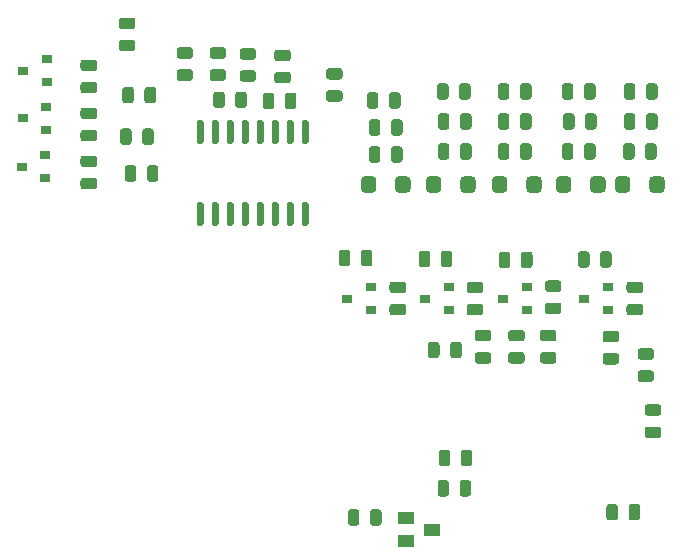
<source format=gbr>
G04 #@! TF.GenerationSoftware,KiCad,Pcbnew,(5.1.6-0-10_14)*
G04 #@! TF.CreationDate,2020-08-09T09:54:48-04:00*
G04 #@! TF.ProjectId,Pufferfish-Interface-2,50756666-6572-4666-9973-682d496e7465,rev?*
G04 #@! TF.SameCoordinates,Original*
G04 #@! TF.FileFunction,Paste,Top*
G04 #@! TF.FilePolarity,Positive*
%FSLAX46Y46*%
G04 Gerber Fmt 4.6, Leading zero omitted, Abs format (unit mm)*
G04 Created by KiCad (PCBNEW (5.1.6-0-10_14)) date 2020-08-09 09:54:48*
%MOMM*%
%LPD*%
G01*
G04 APERTURE LIST*
%ADD10R,1.400000X1.000000*%
%ADD11R,0.900000X0.800000*%
G04 APERTURE END LIST*
D10*
X38692000Y-53340000D03*
X36492000Y-54290000D03*
X36492000Y-52390000D03*
G36*
G01*
X19230480Y-27599560D02*
X18930480Y-27599560D01*
G75*
G02*
X18780480Y-27449560I0J150000D01*
G01*
X18780480Y-25774560D01*
G75*
G02*
X18930480Y-25624560I150000J0D01*
G01*
X19230480Y-25624560D01*
G75*
G02*
X19380480Y-25774560I0J-150000D01*
G01*
X19380480Y-27449560D01*
G75*
G02*
X19230480Y-27599560I-150000J0D01*
G01*
G37*
G36*
G01*
X20500480Y-27599560D02*
X20200480Y-27599560D01*
G75*
G02*
X20050480Y-27449560I0J150000D01*
G01*
X20050480Y-25774560D01*
G75*
G02*
X20200480Y-25624560I150000J0D01*
G01*
X20500480Y-25624560D01*
G75*
G02*
X20650480Y-25774560I0J-150000D01*
G01*
X20650480Y-27449560D01*
G75*
G02*
X20500480Y-27599560I-150000J0D01*
G01*
G37*
G36*
G01*
X21770480Y-27599560D02*
X21470480Y-27599560D01*
G75*
G02*
X21320480Y-27449560I0J150000D01*
G01*
X21320480Y-25774560D01*
G75*
G02*
X21470480Y-25624560I150000J0D01*
G01*
X21770480Y-25624560D01*
G75*
G02*
X21920480Y-25774560I0J-150000D01*
G01*
X21920480Y-27449560D01*
G75*
G02*
X21770480Y-27599560I-150000J0D01*
G01*
G37*
G36*
G01*
X23040480Y-27599560D02*
X22740480Y-27599560D01*
G75*
G02*
X22590480Y-27449560I0J150000D01*
G01*
X22590480Y-25774560D01*
G75*
G02*
X22740480Y-25624560I150000J0D01*
G01*
X23040480Y-25624560D01*
G75*
G02*
X23190480Y-25774560I0J-150000D01*
G01*
X23190480Y-27449560D01*
G75*
G02*
X23040480Y-27599560I-150000J0D01*
G01*
G37*
G36*
G01*
X24310480Y-27599560D02*
X24010480Y-27599560D01*
G75*
G02*
X23860480Y-27449560I0J150000D01*
G01*
X23860480Y-25774560D01*
G75*
G02*
X24010480Y-25624560I150000J0D01*
G01*
X24310480Y-25624560D01*
G75*
G02*
X24460480Y-25774560I0J-150000D01*
G01*
X24460480Y-27449560D01*
G75*
G02*
X24310480Y-27599560I-150000J0D01*
G01*
G37*
G36*
G01*
X25580480Y-27599560D02*
X25280480Y-27599560D01*
G75*
G02*
X25130480Y-27449560I0J150000D01*
G01*
X25130480Y-25774560D01*
G75*
G02*
X25280480Y-25624560I150000J0D01*
G01*
X25580480Y-25624560D01*
G75*
G02*
X25730480Y-25774560I0J-150000D01*
G01*
X25730480Y-27449560D01*
G75*
G02*
X25580480Y-27599560I-150000J0D01*
G01*
G37*
G36*
G01*
X26850480Y-27599560D02*
X26550480Y-27599560D01*
G75*
G02*
X26400480Y-27449560I0J150000D01*
G01*
X26400480Y-25774560D01*
G75*
G02*
X26550480Y-25624560I150000J0D01*
G01*
X26850480Y-25624560D01*
G75*
G02*
X27000480Y-25774560I0J-150000D01*
G01*
X27000480Y-27449560D01*
G75*
G02*
X26850480Y-27599560I-150000J0D01*
G01*
G37*
G36*
G01*
X28120480Y-27599560D02*
X27820480Y-27599560D01*
G75*
G02*
X27670480Y-27449560I0J150000D01*
G01*
X27670480Y-25774560D01*
G75*
G02*
X27820480Y-25624560I150000J0D01*
G01*
X28120480Y-25624560D01*
G75*
G02*
X28270480Y-25774560I0J-150000D01*
G01*
X28270480Y-27449560D01*
G75*
G02*
X28120480Y-27599560I-150000J0D01*
G01*
G37*
G36*
G01*
X28120480Y-20674560D02*
X27820480Y-20674560D01*
G75*
G02*
X27670480Y-20524560I0J150000D01*
G01*
X27670480Y-18849560D01*
G75*
G02*
X27820480Y-18699560I150000J0D01*
G01*
X28120480Y-18699560D01*
G75*
G02*
X28270480Y-18849560I0J-150000D01*
G01*
X28270480Y-20524560D01*
G75*
G02*
X28120480Y-20674560I-150000J0D01*
G01*
G37*
G36*
G01*
X26850480Y-20674560D02*
X26550480Y-20674560D01*
G75*
G02*
X26400480Y-20524560I0J150000D01*
G01*
X26400480Y-18849560D01*
G75*
G02*
X26550480Y-18699560I150000J0D01*
G01*
X26850480Y-18699560D01*
G75*
G02*
X27000480Y-18849560I0J-150000D01*
G01*
X27000480Y-20524560D01*
G75*
G02*
X26850480Y-20674560I-150000J0D01*
G01*
G37*
G36*
G01*
X25580480Y-20674560D02*
X25280480Y-20674560D01*
G75*
G02*
X25130480Y-20524560I0J150000D01*
G01*
X25130480Y-18849560D01*
G75*
G02*
X25280480Y-18699560I150000J0D01*
G01*
X25580480Y-18699560D01*
G75*
G02*
X25730480Y-18849560I0J-150000D01*
G01*
X25730480Y-20524560D01*
G75*
G02*
X25580480Y-20674560I-150000J0D01*
G01*
G37*
G36*
G01*
X24310480Y-20674560D02*
X24010480Y-20674560D01*
G75*
G02*
X23860480Y-20524560I0J150000D01*
G01*
X23860480Y-18849560D01*
G75*
G02*
X24010480Y-18699560I150000J0D01*
G01*
X24310480Y-18699560D01*
G75*
G02*
X24460480Y-18849560I0J-150000D01*
G01*
X24460480Y-20524560D01*
G75*
G02*
X24310480Y-20674560I-150000J0D01*
G01*
G37*
G36*
G01*
X23040480Y-20674560D02*
X22740480Y-20674560D01*
G75*
G02*
X22590480Y-20524560I0J150000D01*
G01*
X22590480Y-18849560D01*
G75*
G02*
X22740480Y-18699560I150000J0D01*
G01*
X23040480Y-18699560D01*
G75*
G02*
X23190480Y-18849560I0J-150000D01*
G01*
X23190480Y-20524560D01*
G75*
G02*
X23040480Y-20674560I-150000J0D01*
G01*
G37*
G36*
G01*
X21770480Y-20674560D02*
X21470480Y-20674560D01*
G75*
G02*
X21320480Y-20524560I0J150000D01*
G01*
X21320480Y-18849560D01*
G75*
G02*
X21470480Y-18699560I150000J0D01*
G01*
X21770480Y-18699560D01*
G75*
G02*
X21920480Y-18849560I0J-150000D01*
G01*
X21920480Y-20524560D01*
G75*
G02*
X21770480Y-20674560I-150000J0D01*
G01*
G37*
G36*
G01*
X20500480Y-20674560D02*
X20200480Y-20674560D01*
G75*
G02*
X20050480Y-20524560I0J150000D01*
G01*
X20050480Y-18849560D01*
G75*
G02*
X20200480Y-18699560I150000J0D01*
G01*
X20500480Y-18699560D01*
G75*
G02*
X20650480Y-18849560I0J-150000D01*
G01*
X20650480Y-20524560D01*
G75*
G02*
X20500480Y-20674560I-150000J0D01*
G01*
G37*
G36*
G01*
X19230480Y-20674560D02*
X18930480Y-20674560D01*
G75*
G02*
X18780480Y-20524560I0J150000D01*
G01*
X18780480Y-18849560D01*
G75*
G02*
X18930480Y-18699560I150000J0D01*
G01*
X19230480Y-18699560D01*
G75*
G02*
X19380480Y-18849560I0J-150000D01*
G01*
X19380480Y-20524560D01*
G75*
G02*
X19230480Y-20674560I-150000J0D01*
G01*
G37*
G36*
G01*
X57813000Y-18339750D02*
X57813000Y-19252250D01*
G75*
G02*
X57569250Y-19496000I-243750J0D01*
G01*
X57081750Y-19496000D01*
G75*
G02*
X56838000Y-19252250I0J243750D01*
G01*
X56838000Y-18339750D01*
G75*
G02*
X57081750Y-18096000I243750J0D01*
G01*
X57569250Y-18096000D01*
G75*
G02*
X57813000Y-18339750I0J-243750D01*
G01*
G37*
G36*
G01*
X55938000Y-18339750D02*
X55938000Y-19252250D01*
G75*
G02*
X55694250Y-19496000I-243750J0D01*
G01*
X55206750Y-19496000D01*
G75*
G02*
X54963000Y-19252250I0J243750D01*
G01*
X54963000Y-18339750D01*
G75*
G02*
X55206750Y-18096000I243750J0D01*
G01*
X55694250Y-18096000D01*
G75*
G02*
X55938000Y-18339750I0J-243750D01*
G01*
G37*
G36*
G01*
X56838000Y-16712250D02*
X56838000Y-15799750D01*
G75*
G02*
X57081750Y-15556000I243750J0D01*
G01*
X57569250Y-15556000D01*
G75*
G02*
X57813000Y-15799750I0J-243750D01*
G01*
X57813000Y-16712250D01*
G75*
G02*
X57569250Y-16956000I-243750J0D01*
G01*
X57081750Y-16956000D01*
G75*
G02*
X56838000Y-16712250I0J243750D01*
G01*
G37*
G36*
G01*
X54963000Y-16712250D02*
X54963000Y-15799750D01*
G75*
G02*
X55206750Y-15556000I243750J0D01*
G01*
X55694250Y-15556000D01*
G75*
G02*
X55938000Y-15799750I0J-243750D01*
G01*
X55938000Y-16712250D01*
G75*
G02*
X55694250Y-16956000I-243750J0D01*
G01*
X55206750Y-16956000D01*
G75*
G02*
X54963000Y-16712250I0J243750D01*
G01*
G37*
G36*
G01*
X36223000Y-18847750D02*
X36223000Y-19760250D01*
G75*
G02*
X35979250Y-20004000I-243750J0D01*
G01*
X35491750Y-20004000D01*
G75*
G02*
X35248000Y-19760250I0J243750D01*
G01*
X35248000Y-18847750D01*
G75*
G02*
X35491750Y-18604000I243750J0D01*
G01*
X35979250Y-18604000D01*
G75*
G02*
X36223000Y-18847750I0J-243750D01*
G01*
G37*
G36*
G01*
X34348000Y-18847750D02*
X34348000Y-19760250D01*
G75*
G02*
X34104250Y-20004000I-243750J0D01*
G01*
X33616750Y-20004000D01*
G75*
G02*
X33373000Y-19760250I0J243750D01*
G01*
X33373000Y-18847750D01*
G75*
G02*
X33616750Y-18604000I243750J0D01*
G01*
X34104250Y-18604000D01*
G75*
G02*
X34348000Y-18847750I0J-243750D01*
G01*
G37*
G36*
G01*
X42065000Y-18339750D02*
X42065000Y-19252250D01*
G75*
G02*
X41821250Y-19496000I-243750J0D01*
G01*
X41333750Y-19496000D01*
G75*
G02*
X41090000Y-19252250I0J243750D01*
G01*
X41090000Y-18339750D01*
G75*
G02*
X41333750Y-18096000I243750J0D01*
G01*
X41821250Y-18096000D01*
G75*
G02*
X42065000Y-18339750I0J-243750D01*
G01*
G37*
G36*
G01*
X40190000Y-18339750D02*
X40190000Y-19252250D01*
G75*
G02*
X39946250Y-19496000I-243750J0D01*
G01*
X39458750Y-19496000D01*
G75*
G02*
X39215000Y-19252250I0J243750D01*
G01*
X39215000Y-18339750D01*
G75*
G02*
X39458750Y-18096000I243750J0D01*
G01*
X39946250Y-18096000D01*
G75*
G02*
X40190000Y-18339750I0J-243750D01*
G01*
G37*
G36*
G01*
X45270000Y-18339750D02*
X45270000Y-19252250D01*
G75*
G02*
X45026250Y-19496000I-243750J0D01*
G01*
X44538750Y-19496000D01*
G75*
G02*
X44295000Y-19252250I0J243750D01*
G01*
X44295000Y-18339750D01*
G75*
G02*
X44538750Y-18096000I243750J0D01*
G01*
X45026250Y-18096000D01*
G75*
G02*
X45270000Y-18339750I0J-243750D01*
G01*
G37*
G36*
G01*
X47145000Y-18339750D02*
X47145000Y-19252250D01*
G75*
G02*
X46901250Y-19496000I-243750J0D01*
G01*
X46413750Y-19496000D01*
G75*
G02*
X46170000Y-19252250I0J243750D01*
G01*
X46170000Y-18339750D01*
G75*
G02*
X46413750Y-18096000I243750J0D01*
G01*
X46901250Y-18096000D01*
G75*
G02*
X47145000Y-18339750I0J-243750D01*
G01*
G37*
G36*
G01*
X52654500Y-18339750D02*
X52654500Y-19252250D01*
G75*
G02*
X52410750Y-19496000I-243750J0D01*
G01*
X51923250Y-19496000D01*
G75*
G02*
X51679500Y-19252250I0J243750D01*
G01*
X51679500Y-18339750D01*
G75*
G02*
X51923250Y-18096000I243750J0D01*
G01*
X52410750Y-18096000D01*
G75*
G02*
X52654500Y-18339750I0J-243750D01*
G01*
G37*
G36*
G01*
X50779500Y-18339750D02*
X50779500Y-19252250D01*
G75*
G02*
X50535750Y-19496000I-243750J0D01*
G01*
X50048250Y-19496000D01*
G75*
G02*
X49804500Y-19252250I0J243750D01*
G01*
X49804500Y-18339750D01*
G75*
G02*
X50048250Y-18096000I243750J0D01*
G01*
X50535750Y-18096000D01*
G75*
G02*
X50779500Y-18339750I0J-243750D01*
G01*
G37*
G36*
G01*
X35072500Y-17474250D02*
X35072500Y-16561750D01*
G75*
G02*
X35316250Y-16318000I243750J0D01*
G01*
X35803750Y-16318000D01*
G75*
G02*
X36047500Y-16561750I0J-243750D01*
G01*
X36047500Y-17474250D01*
G75*
G02*
X35803750Y-17718000I-243750J0D01*
G01*
X35316250Y-17718000D01*
G75*
G02*
X35072500Y-17474250I0J243750D01*
G01*
G37*
G36*
G01*
X33197500Y-17474250D02*
X33197500Y-16561750D01*
G75*
G02*
X33441250Y-16318000I243750J0D01*
G01*
X33928750Y-16318000D01*
G75*
G02*
X34172500Y-16561750I0J-243750D01*
G01*
X34172500Y-17474250D01*
G75*
G02*
X33928750Y-17718000I-243750J0D01*
G01*
X33441250Y-17718000D01*
G75*
G02*
X33197500Y-17474250I0J243750D01*
G01*
G37*
G36*
G01*
X41011500Y-16712250D02*
X41011500Y-15799750D01*
G75*
G02*
X41255250Y-15556000I243750J0D01*
G01*
X41742750Y-15556000D01*
G75*
G02*
X41986500Y-15799750I0J-243750D01*
G01*
X41986500Y-16712250D01*
G75*
G02*
X41742750Y-16956000I-243750J0D01*
G01*
X41255250Y-16956000D01*
G75*
G02*
X41011500Y-16712250I0J243750D01*
G01*
G37*
G36*
G01*
X39136500Y-16712250D02*
X39136500Y-15799750D01*
G75*
G02*
X39380250Y-15556000I243750J0D01*
G01*
X39867750Y-15556000D01*
G75*
G02*
X40111500Y-15799750I0J-243750D01*
G01*
X40111500Y-16712250D01*
G75*
G02*
X39867750Y-16956000I-243750J0D01*
G01*
X39380250Y-16956000D01*
G75*
G02*
X39136500Y-16712250I0J243750D01*
G01*
G37*
G36*
G01*
X44295000Y-16712250D02*
X44295000Y-15799750D01*
G75*
G02*
X44538750Y-15556000I243750J0D01*
G01*
X45026250Y-15556000D01*
G75*
G02*
X45270000Y-15799750I0J-243750D01*
G01*
X45270000Y-16712250D01*
G75*
G02*
X45026250Y-16956000I-243750J0D01*
G01*
X44538750Y-16956000D01*
G75*
G02*
X44295000Y-16712250I0J243750D01*
G01*
G37*
G36*
G01*
X46170000Y-16712250D02*
X46170000Y-15799750D01*
G75*
G02*
X46413750Y-15556000I243750J0D01*
G01*
X46901250Y-15556000D01*
G75*
G02*
X47145000Y-15799750I0J-243750D01*
G01*
X47145000Y-16712250D01*
G75*
G02*
X46901250Y-16956000I-243750J0D01*
G01*
X46413750Y-16956000D01*
G75*
G02*
X46170000Y-16712250I0J243750D01*
G01*
G37*
G36*
G01*
X49707500Y-16712250D02*
X49707500Y-15799750D01*
G75*
G02*
X49951250Y-15556000I243750J0D01*
G01*
X50438750Y-15556000D01*
G75*
G02*
X50682500Y-15799750I0J-243750D01*
G01*
X50682500Y-16712250D01*
G75*
G02*
X50438750Y-16956000I-243750J0D01*
G01*
X49951250Y-16956000D01*
G75*
G02*
X49707500Y-16712250I0J243750D01*
G01*
G37*
G36*
G01*
X51582500Y-16712250D02*
X51582500Y-15799750D01*
G75*
G02*
X51826250Y-15556000I243750J0D01*
G01*
X52313750Y-15556000D01*
G75*
G02*
X52557500Y-15799750I0J-243750D01*
G01*
X52557500Y-16712250D01*
G75*
G02*
X52313750Y-16956000I-243750J0D01*
G01*
X51826250Y-16956000D01*
G75*
G02*
X51582500Y-16712250I0J243750D01*
G01*
G37*
G36*
G01*
X17326290Y-14379360D02*
X18238790Y-14379360D01*
G75*
G02*
X18482540Y-14623110I0J-243750D01*
G01*
X18482540Y-15110610D01*
G75*
G02*
X18238790Y-15354360I-243750J0D01*
G01*
X17326290Y-15354360D01*
G75*
G02*
X17082540Y-15110610I0J243750D01*
G01*
X17082540Y-14623110D01*
G75*
G02*
X17326290Y-14379360I243750J0D01*
G01*
G37*
G36*
G01*
X17326290Y-12504360D02*
X18238790Y-12504360D01*
G75*
G02*
X18482540Y-12748110I0J-243750D01*
G01*
X18482540Y-13235610D01*
G75*
G02*
X18238790Y-13479360I-243750J0D01*
G01*
X17326290Y-13479360D01*
G75*
G02*
X17082540Y-13235610I0J243750D01*
G01*
X17082540Y-12748110D01*
G75*
G02*
X17326290Y-12504360I243750J0D01*
G01*
G37*
G36*
G01*
X20120290Y-12504360D02*
X21032790Y-12504360D01*
G75*
G02*
X21276540Y-12748110I0J-243750D01*
G01*
X21276540Y-13235610D01*
G75*
G02*
X21032790Y-13479360I-243750J0D01*
G01*
X20120290Y-13479360D01*
G75*
G02*
X19876540Y-13235610I0J243750D01*
G01*
X19876540Y-12748110D01*
G75*
G02*
X20120290Y-12504360I243750J0D01*
G01*
G37*
G36*
G01*
X20120290Y-14379360D02*
X21032790Y-14379360D01*
G75*
G02*
X21276540Y-14623110I0J-243750D01*
G01*
X21276540Y-15110610D01*
G75*
G02*
X21032790Y-15354360I-243750J0D01*
G01*
X20120290Y-15354360D01*
G75*
G02*
X19876540Y-15110610I0J243750D01*
G01*
X19876540Y-14623110D01*
G75*
G02*
X20120290Y-14379360I243750J0D01*
G01*
G37*
G36*
G01*
X22660290Y-14457860D02*
X23572790Y-14457860D01*
G75*
G02*
X23816540Y-14701610I0J-243750D01*
G01*
X23816540Y-15189110D01*
G75*
G02*
X23572790Y-15432860I-243750J0D01*
G01*
X22660290Y-15432860D01*
G75*
G02*
X22416540Y-15189110I0J243750D01*
G01*
X22416540Y-14701610D01*
G75*
G02*
X22660290Y-14457860I243750J0D01*
G01*
G37*
G36*
G01*
X22660290Y-12582860D02*
X23572790Y-12582860D01*
G75*
G02*
X23816540Y-12826610I0J-243750D01*
G01*
X23816540Y-13314110D01*
G75*
G02*
X23572790Y-13557860I-243750J0D01*
G01*
X22660290Y-13557860D01*
G75*
G02*
X22416540Y-13314110I0J243750D01*
G01*
X22416540Y-12826610D01*
G75*
G02*
X22660290Y-12582860I243750J0D01*
G01*
G37*
G36*
G01*
X25609230Y-12715420D02*
X26521730Y-12715420D01*
G75*
G02*
X26765480Y-12959170I0J-243750D01*
G01*
X26765480Y-13446670D01*
G75*
G02*
X26521730Y-13690420I-243750J0D01*
G01*
X25609230Y-13690420D01*
G75*
G02*
X25365480Y-13446670I0J243750D01*
G01*
X25365480Y-12959170D01*
G75*
G02*
X25609230Y-12715420I243750J0D01*
G01*
G37*
G36*
G01*
X25609230Y-14590420D02*
X26521730Y-14590420D01*
G75*
G02*
X26765480Y-14834170I0J-243750D01*
G01*
X26765480Y-15321670D01*
G75*
G02*
X26521730Y-15565420I-243750J0D01*
G01*
X25609230Y-15565420D01*
G75*
G02*
X25365480Y-15321670I0J243750D01*
G01*
X25365480Y-14834170D01*
G75*
G02*
X25609230Y-14590420I243750J0D01*
G01*
G37*
G36*
G01*
X10108250Y-14536000D02*
X9195750Y-14536000D01*
G75*
G02*
X8952000Y-14292250I0J243750D01*
G01*
X8952000Y-13804750D01*
G75*
G02*
X9195750Y-13561000I243750J0D01*
G01*
X10108250Y-13561000D01*
G75*
G02*
X10352000Y-13804750I0J-243750D01*
G01*
X10352000Y-14292250D01*
G75*
G02*
X10108250Y-14536000I-243750J0D01*
G01*
G37*
G36*
G01*
X10108250Y-16411000D02*
X9195750Y-16411000D01*
G75*
G02*
X8952000Y-16167250I0J243750D01*
G01*
X8952000Y-15679750D01*
G75*
G02*
X9195750Y-15436000I243750J0D01*
G01*
X10108250Y-15436000D01*
G75*
G02*
X10352000Y-15679750I0J-243750D01*
G01*
X10352000Y-16167250D01*
G75*
G02*
X10108250Y-16411000I-243750J0D01*
G01*
G37*
G36*
G01*
X10108250Y-20475000D02*
X9195750Y-20475000D01*
G75*
G02*
X8952000Y-20231250I0J243750D01*
G01*
X8952000Y-19743750D01*
G75*
G02*
X9195750Y-19500000I243750J0D01*
G01*
X10108250Y-19500000D01*
G75*
G02*
X10352000Y-19743750I0J-243750D01*
G01*
X10352000Y-20231250D01*
G75*
G02*
X10108250Y-20475000I-243750J0D01*
G01*
G37*
G36*
G01*
X10108250Y-18600000D02*
X9195750Y-18600000D01*
G75*
G02*
X8952000Y-18356250I0J243750D01*
G01*
X8952000Y-17868750D01*
G75*
G02*
X9195750Y-17625000I243750J0D01*
G01*
X10108250Y-17625000D01*
G75*
G02*
X10352000Y-17868750I0J-243750D01*
G01*
X10352000Y-18356250D01*
G75*
G02*
X10108250Y-18600000I-243750J0D01*
G01*
G37*
G36*
G01*
X10108250Y-22664000D02*
X9195750Y-22664000D01*
G75*
G02*
X8952000Y-22420250I0J243750D01*
G01*
X8952000Y-21932750D01*
G75*
G02*
X9195750Y-21689000I243750J0D01*
G01*
X10108250Y-21689000D01*
G75*
G02*
X10352000Y-21932750I0J-243750D01*
G01*
X10352000Y-22420250D01*
G75*
G02*
X10108250Y-22664000I-243750J0D01*
G01*
G37*
G36*
G01*
X10108250Y-24539000D02*
X9195750Y-24539000D01*
G75*
G02*
X8952000Y-24295250I0J243750D01*
G01*
X8952000Y-23807750D01*
G75*
G02*
X9195750Y-23564000I243750J0D01*
G01*
X10108250Y-23564000D01*
G75*
G02*
X10352000Y-23807750I0J-243750D01*
G01*
X10352000Y-24295250D01*
G75*
G02*
X10108250Y-24539000I-243750J0D01*
G01*
G37*
G36*
G01*
X34445000Y-51867750D02*
X34445000Y-52780250D01*
G75*
G02*
X34201250Y-53024000I-243750J0D01*
G01*
X33713750Y-53024000D01*
G75*
G02*
X33470000Y-52780250I0J243750D01*
G01*
X33470000Y-51867750D01*
G75*
G02*
X33713750Y-51624000I243750J0D01*
G01*
X34201250Y-51624000D01*
G75*
G02*
X34445000Y-51867750I0J-243750D01*
G01*
G37*
G36*
G01*
X32570000Y-51867750D02*
X32570000Y-52780250D01*
G75*
G02*
X32326250Y-53024000I-243750J0D01*
G01*
X31838750Y-53024000D01*
G75*
G02*
X31595000Y-52780250I0J243750D01*
G01*
X31595000Y-51867750D01*
G75*
G02*
X31838750Y-51624000I243750J0D01*
G01*
X32326250Y-51624000D01*
G75*
G02*
X32570000Y-51867750I0J-243750D01*
G01*
G37*
G36*
G01*
X52049020Y-30023750D02*
X52049020Y-30936250D01*
G75*
G02*
X51805270Y-31180000I-243750J0D01*
G01*
X51317770Y-31180000D01*
G75*
G02*
X51074020Y-30936250I0J243750D01*
G01*
X51074020Y-30023750D01*
G75*
G02*
X51317770Y-29780000I243750J0D01*
G01*
X51805270Y-29780000D01*
G75*
G02*
X52049020Y-30023750I0J-243750D01*
G01*
G37*
G36*
G01*
X53924020Y-30023750D02*
X53924020Y-30936250D01*
G75*
G02*
X53680270Y-31180000I-243750J0D01*
G01*
X53192770Y-31180000D01*
G75*
G02*
X52949020Y-30936250I0J243750D01*
G01*
X52949020Y-30023750D01*
G75*
G02*
X53192770Y-29780000I243750J0D01*
G01*
X53680270Y-29780000D01*
G75*
G02*
X53924020Y-30023750I0J-243750D01*
G01*
G37*
G36*
G01*
X47223500Y-30061850D02*
X47223500Y-30974350D01*
G75*
G02*
X46979750Y-31218100I-243750J0D01*
G01*
X46492250Y-31218100D01*
G75*
G02*
X46248500Y-30974350I0J243750D01*
G01*
X46248500Y-30061850D01*
G75*
G02*
X46492250Y-29818100I243750J0D01*
G01*
X46979750Y-29818100D01*
G75*
G02*
X47223500Y-30061850I0J-243750D01*
G01*
G37*
G36*
G01*
X45348500Y-30061850D02*
X45348500Y-30974350D01*
G75*
G02*
X45104750Y-31218100I-243750J0D01*
G01*
X44617250Y-31218100D01*
G75*
G02*
X44373500Y-30974350I0J243750D01*
G01*
X44373500Y-30061850D01*
G75*
G02*
X44617250Y-29818100I243750J0D01*
G01*
X45104750Y-29818100D01*
G75*
G02*
X45348500Y-30061850I0J-243750D01*
G01*
G37*
G36*
G01*
X38559320Y-29983110D02*
X38559320Y-30895610D01*
G75*
G02*
X38315570Y-31139360I-243750J0D01*
G01*
X37828070Y-31139360D01*
G75*
G02*
X37584320Y-30895610I0J243750D01*
G01*
X37584320Y-29983110D01*
G75*
G02*
X37828070Y-29739360I243750J0D01*
G01*
X38315570Y-29739360D01*
G75*
G02*
X38559320Y-29983110I0J-243750D01*
G01*
G37*
G36*
G01*
X40434320Y-29983110D02*
X40434320Y-30895610D01*
G75*
G02*
X40190570Y-31139360I-243750J0D01*
G01*
X39703070Y-31139360D01*
G75*
G02*
X39459320Y-30895610I0J243750D01*
G01*
X39459320Y-29983110D01*
G75*
G02*
X39703070Y-29739360I243750J0D01*
G01*
X40190570Y-29739360D01*
G75*
G02*
X40434320Y-29983110I0J-243750D01*
G01*
G37*
G36*
G01*
X33673080Y-29904370D02*
X33673080Y-30816870D01*
G75*
G02*
X33429330Y-31060620I-243750J0D01*
G01*
X32941830Y-31060620D01*
G75*
G02*
X32698080Y-30816870I0J243750D01*
G01*
X32698080Y-29904370D01*
G75*
G02*
X32941830Y-29660620I243750J0D01*
G01*
X33429330Y-29660620D01*
G75*
G02*
X33673080Y-29904370I0J-243750D01*
G01*
G37*
G36*
G01*
X31798080Y-29904370D02*
X31798080Y-30816870D01*
G75*
G02*
X31554330Y-31060620I-243750J0D01*
G01*
X31066830Y-31060620D01*
G75*
G02*
X30823080Y-30816870I0J243750D01*
G01*
X30823080Y-29904370D01*
G75*
G02*
X31066830Y-29660620I243750J0D01*
G01*
X31554330Y-29660620D01*
G75*
G02*
X31798080Y-29904370I0J-243750D01*
G01*
G37*
G36*
G01*
X56336250Y-35207000D02*
X55423750Y-35207000D01*
G75*
G02*
X55180000Y-34963250I0J243750D01*
G01*
X55180000Y-34475750D01*
G75*
G02*
X55423750Y-34232000I243750J0D01*
G01*
X56336250Y-34232000D01*
G75*
G02*
X56580000Y-34475750I0J-243750D01*
G01*
X56580000Y-34963250D01*
G75*
G02*
X56336250Y-35207000I-243750J0D01*
G01*
G37*
G36*
G01*
X56336250Y-33332000D02*
X55423750Y-33332000D01*
G75*
G02*
X55180000Y-33088250I0J243750D01*
G01*
X55180000Y-32600750D01*
G75*
G02*
X55423750Y-32357000I243750J0D01*
G01*
X56336250Y-32357000D01*
G75*
G02*
X56580000Y-32600750I0J-243750D01*
G01*
X56580000Y-33088250D01*
G75*
G02*
X56336250Y-33332000I-243750J0D01*
G01*
G37*
G36*
G01*
X49432530Y-33225320D02*
X48520030Y-33225320D01*
G75*
G02*
X48276280Y-32981570I0J243750D01*
G01*
X48276280Y-32494070D01*
G75*
G02*
X48520030Y-32250320I243750J0D01*
G01*
X49432530Y-32250320D01*
G75*
G02*
X49676280Y-32494070I0J-243750D01*
G01*
X49676280Y-32981570D01*
G75*
G02*
X49432530Y-33225320I-243750J0D01*
G01*
G37*
G36*
G01*
X49432530Y-35100320D02*
X48520030Y-35100320D01*
G75*
G02*
X48276280Y-34856570I0J243750D01*
G01*
X48276280Y-34369070D01*
G75*
G02*
X48520030Y-34125320I243750J0D01*
G01*
X49432530Y-34125320D01*
G75*
G02*
X49676280Y-34369070I0J-243750D01*
G01*
X49676280Y-34856570D01*
G75*
G02*
X49432530Y-35100320I-243750J0D01*
G01*
G37*
G36*
G01*
X42798050Y-35207000D02*
X41885550Y-35207000D01*
G75*
G02*
X41641800Y-34963250I0J243750D01*
G01*
X41641800Y-34475750D01*
G75*
G02*
X41885550Y-34232000I243750J0D01*
G01*
X42798050Y-34232000D01*
G75*
G02*
X43041800Y-34475750I0J-243750D01*
G01*
X43041800Y-34963250D01*
G75*
G02*
X42798050Y-35207000I-243750J0D01*
G01*
G37*
G36*
G01*
X42798050Y-33332000D02*
X41885550Y-33332000D01*
G75*
G02*
X41641800Y-33088250I0J243750D01*
G01*
X41641800Y-32600750D01*
G75*
G02*
X41885550Y-32357000I243750J0D01*
G01*
X42798050Y-32357000D01*
G75*
G02*
X43041800Y-32600750I0J-243750D01*
G01*
X43041800Y-33088250D01*
G75*
G02*
X42798050Y-33332000I-243750J0D01*
G01*
G37*
G36*
G01*
X36270250Y-33332000D02*
X35357750Y-33332000D01*
G75*
G02*
X35114000Y-33088250I0J243750D01*
G01*
X35114000Y-32600750D01*
G75*
G02*
X35357750Y-32357000I243750J0D01*
G01*
X36270250Y-32357000D01*
G75*
G02*
X36514000Y-32600750I0J-243750D01*
G01*
X36514000Y-33088250D01*
G75*
G02*
X36270250Y-33332000I-243750J0D01*
G01*
G37*
G36*
G01*
X36270250Y-35207000D02*
X35357750Y-35207000D01*
G75*
G02*
X35114000Y-34963250I0J243750D01*
G01*
X35114000Y-34475750D01*
G75*
G02*
X35357750Y-34232000I243750J0D01*
G01*
X36270250Y-34232000D01*
G75*
G02*
X36514000Y-34475750I0J-243750D01*
G01*
X36514000Y-34963250D01*
G75*
G02*
X36270250Y-35207000I-243750J0D01*
G01*
G37*
D11*
X4080000Y-14478000D03*
X6080000Y-13528000D03*
X6080000Y-15428000D03*
X4047740Y-18521720D03*
X6047740Y-17571720D03*
X6047740Y-19471720D03*
X5970780Y-23566160D03*
X5970780Y-21666160D03*
X3970780Y-22616160D03*
X51578000Y-33782000D03*
X53578000Y-32832000D03*
X53578000Y-34732000D03*
X46720000Y-34732000D03*
X46720000Y-32832000D03*
X44720000Y-33782000D03*
X38116000Y-33782000D03*
X40116000Y-32832000D03*
X40116000Y-34732000D03*
X33512000Y-34732000D03*
X33512000Y-32832000D03*
X31512000Y-33782000D03*
G36*
G01*
X57114000Y-24505000D02*
X57114000Y-23755000D01*
G75*
G02*
X57439000Y-23430000I325000J0D01*
G01*
X58089000Y-23430000D01*
G75*
G02*
X58414000Y-23755000I0J-325000D01*
G01*
X58414000Y-24505000D01*
G75*
G02*
X58089000Y-24830000I-325000J0D01*
G01*
X57439000Y-24830000D01*
G75*
G02*
X57114000Y-24505000I0J325000D01*
G01*
G37*
G36*
G01*
X54214000Y-24505000D02*
X54214000Y-23755000D01*
G75*
G02*
X54539000Y-23430000I325000J0D01*
G01*
X55189000Y-23430000D01*
G75*
G02*
X55514000Y-23755000I0J-325000D01*
G01*
X55514000Y-24505000D01*
G75*
G02*
X55189000Y-24830000I-325000J0D01*
G01*
X54539000Y-24830000D01*
G75*
G02*
X54214000Y-24505000I0J325000D01*
G01*
G37*
G36*
G01*
X35598000Y-24505000D02*
X35598000Y-23755000D01*
G75*
G02*
X35923000Y-23430000I325000J0D01*
G01*
X36573000Y-23430000D01*
G75*
G02*
X36898000Y-23755000I0J-325000D01*
G01*
X36898000Y-24505000D01*
G75*
G02*
X36573000Y-24830000I-325000J0D01*
G01*
X35923000Y-24830000D01*
G75*
G02*
X35598000Y-24505000I0J325000D01*
G01*
G37*
G36*
G01*
X32698000Y-24505000D02*
X32698000Y-23755000D01*
G75*
G02*
X33023000Y-23430000I325000J0D01*
G01*
X33673000Y-23430000D01*
G75*
G02*
X33998000Y-23755000I0J-325000D01*
G01*
X33998000Y-24505000D01*
G75*
G02*
X33673000Y-24830000I-325000J0D01*
G01*
X33023000Y-24830000D01*
G75*
G02*
X32698000Y-24505000I0J325000D01*
G01*
G37*
G36*
G01*
X41112000Y-24505000D02*
X41112000Y-23755000D01*
G75*
G02*
X41437000Y-23430000I325000J0D01*
G01*
X42087000Y-23430000D01*
G75*
G02*
X42412000Y-23755000I0J-325000D01*
G01*
X42412000Y-24505000D01*
G75*
G02*
X42087000Y-24830000I-325000J0D01*
G01*
X41437000Y-24830000D01*
G75*
G02*
X41112000Y-24505000I0J325000D01*
G01*
G37*
G36*
G01*
X38212000Y-24505000D02*
X38212000Y-23755000D01*
G75*
G02*
X38537000Y-23430000I325000J0D01*
G01*
X39187000Y-23430000D01*
G75*
G02*
X39512000Y-23755000I0J-325000D01*
G01*
X39512000Y-24505000D01*
G75*
G02*
X39187000Y-24830000I-325000J0D01*
G01*
X38537000Y-24830000D01*
G75*
G02*
X38212000Y-24505000I0J325000D01*
G01*
G37*
G36*
G01*
X43800000Y-24505000D02*
X43800000Y-23755000D01*
G75*
G02*
X44125000Y-23430000I325000J0D01*
G01*
X44775000Y-23430000D01*
G75*
G02*
X45100000Y-23755000I0J-325000D01*
G01*
X45100000Y-24505000D01*
G75*
G02*
X44775000Y-24830000I-325000J0D01*
G01*
X44125000Y-24830000D01*
G75*
G02*
X43800000Y-24505000I0J325000D01*
G01*
G37*
G36*
G01*
X46700000Y-24505000D02*
X46700000Y-23755000D01*
G75*
G02*
X47025000Y-23430000I325000J0D01*
G01*
X47675000Y-23430000D01*
G75*
G02*
X48000000Y-23755000I0J-325000D01*
G01*
X48000000Y-24505000D01*
G75*
G02*
X47675000Y-24830000I-325000J0D01*
G01*
X47025000Y-24830000D01*
G75*
G02*
X46700000Y-24505000I0J325000D01*
G01*
G37*
G36*
G01*
X49208000Y-24505000D02*
X49208000Y-23755000D01*
G75*
G02*
X49533000Y-23430000I325000J0D01*
G01*
X50183000Y-23430000D01*
G75*
G02*
X50508000Y-23755000I0J-325000D01*
G01*
X50508000Y-24505000D01*
G75*
G02*
X50183000Y-24830000I-325000J0D01*
G01*
X49533000Y-24830000D01*
G75*
G02*
X49208000Y-24505000I0J325000D01*
G01*
G37*
G36*
G01*
X52108000Y-24505000D02*
X52108000Y-23755000D01*
G75*
G02*
X52433000Y-23430000I325000J0D01*
G01*
X53083000Y-23430000D01*
G75*
G02*
X53408000Y-23755000I0J-325000D01*
G01*
X53408000Y-24505000D01*
G75*
G02*
X53083000Y-24830000I-325000J0D01*
G01*
X52433000Y-24830000D01*
G75*
G02*
X52108000Y-24505000I0J325000D01*
G01*
G37*
G36*
G01*
X54884500Y-21792250D02*
X54884500Y-20879750D01*
G75*
G02*
X55128250Y-20636000I243750J0D01*
G01*
X55615750Y-20636000D01*
G75*
G02*
X55859500Y-20879750I0J-243750D01*
G01*
X55859500Y-21792250D01*
G75*
G02*
X55615750Y-22036000I-243750J0D01*
G01*
X55128250Y-22036000D01*
G75*
G02*
X54884500Y-21792250I0J243750D01*
G01*
G37*
G36*
G01*
X56759500Y-21792250D02*
X56759500Y-20879750D01*
G75*
G02*
X57003250Y-20636000I243750J0D01*
G01*
X57490750Y-20636000D01*
G75*
G02*
X57734500Y-20879750I0J-243750D01*
G01*
X57734500Y-21792250D01*
G75*
G02*
X57490750Y-22036000I-243750J0D01*
G01*
X57003250Y-22036000D01*
G75*
G02*
X56759500Y-21792250I0J243750D01*
G01*
G37*
G36*
G01*
X33373000Y-22046250D02*
X33373000Y-21133750D01*
G75*
G02*
X33616750Y-20890000I243750J0D01*
G01*
X34104250Y-20890000D01*
G75*
G02*
X34348000Y-21133750I0J-243750D01*
G01*
X34348000Y-22046250D01*
G75*
G02*
X34104250Y-22290000I-243750J0D01*
G01*
X33616750Y-22290000D01*
G75*
G02*
X33373000Y-22046250I0J243750D01*
G01*
G37*
G36*
G01*
X35248000Y-22046250D02*
X35248000Y-21133750D01*
G75*
G02*
X35491750Y-20890000I243750J0D01*
G01*
X35979250Y-20890000D01*
G75*
G02*
X36223000Y-21133750I0J-243750D01*
G01*
X36223000Y-22046250D01*
G75*
G02*
X35979250Y-22290000I-243750J0D01*
G01*
X35491750Y-22290000D01*
G75*
G02*
X35248000Y-22046250I0J243750D01*
G01*
G37*
G36*
G01*
X39215000Y-21792250D02*
X39215000Y-20879750D01*
G75*
G02*
X39458750Y-20636000I243750J0D01*
G01*
X39946250Y-20636000D01*
G75*
G02*
X40190000Y-20879750I0J-243750D01*
G01*
X40190000Y-21792250D01*
G75*
G02*
X39946250Y-22036000I-243750J0D01*
G01*
X39458750Y-22036000D01*
G75*
G02*
X39215000Y-21792250I0J243750D01*
G01*
G37*
G36*
G01*
X41090000Y-21792250D02*
X41090000Y-20879750D01*
G75*
G02*
X41333750Y-20636000I243750J0D01*
G01*
X41821250Y-20636000D01*
G75*
G02*
X42065000Y-20879750I0J-243750D01*
G01*
X42065000Y-21792250D01*
G75*
G02*
X41821250Y-22036000I-243750J0D01*
G01*
X41333750Y-22036000D01*
G75*
G02*
X41090000Y-21792250I0J243750D01*
G01*
G37*
G36*
G01*
X46170000Y-21792250D02*
X46170000Y-20879750D01*
G75*
G02*
X46413750Y-20636000I243750J0D01*
G01*
X46901250Y-20636000D01*
G75*
G02*
X47145000Y-20879750I0J-243750D01*
G01*
X47145000Y-21792250D01*
G75*
G02*
X46901250Y-22036000I-243750J0D01*
G01*
X46413750Y-22036000D01*
G75*
G02*
X46170000Y-21792250I0J243750D01*
G01*
G37*
G36*
G01*
X44295000Y-21792250D02*
X44295000Y-20879750D01*
G75*
G02*
X44538750Y-20636000I243750J0D01*
G01*
X45026250Y-20636000D01*
G75*
G02*
X45270000Y-20879750I0J-243750D01*
G01*
X45270000Y-21792250D01*
G75*
G02*
X45026250Y-22036000I-243750J0D01*
G01*
X44538750Y-22036000D01*
G75*
G02*
X44295000Y-21792250I0J243750D01*
G01*
G37*
G36*
G01*
X51582500Y-21792250D02*
X51582500Y-20879750D01*
G75*
G02*
X51826250Y-20636000I243750J0D01*
G01*
X52313750Y-20636000D01*
G75*
G02*
X52557500Y-20879750I0J-243750D01*
G01*
X52557500Y-21792250D01*
G75*
G02*
X52313750Y-22036000I-243750J0D01*
G01*
X51826250Y-22036000D01*
G75*
G02*
X51582500Y-21792250I0J243750D01*
G01*
G37*
G36*
G01*
X49707500Y-21792250D02*
X49707500Y-20879750D01*
G75*
G02*
X49951250Y-20636000I243750J0D01*
G01*
X50438750Y-20636000D01*
G75*
G02*
X50682500Y-20879750I0J-243750D01*
G01*
X50682500Y-21792250D01*
G75*
G02*
X50438750Y-22036000I-243750J0D01*
G01*
X49951250Y-22036000D01*
G75*
G02*
X49707500Y-21792250I0J243750D01*
G01*
G37*
G36*
G01*
X40249260Y-38596890D02*
X40249260Y-37684390D01*
G75*
G02*
X40493010Y-37440640I243750J0D01*
G01*
X40980510Y-37440640D01*
G75*
G02*
X41224260Y-37684390I0J-243750D01*
G01*
X41224260Y-38596890D01*
G75*
G02*
X40980510Y-38840640I-243750J0D01*
G01*
X40493010Y-38840640D01*
G75*
G02*
X40249260Y-38596890I0J243750D01*
G01*
G37*
G36*
G01*
X38374260Y-38596890D02*
X38374260Y-37684390D01*
G75*
G02*
X38618010Y-37440640I243750J0D01*
G01*
X39105510Y-37440640D01*
G75*
G02*
X39349260Y-37684390I0J-243750D01*
G01*
X39349260Y-38596890D01*
G75*
G02*
X39105510Y-38840640I-243750J0D01*
G01*
X38618010Y-38840640D01*
G75*
G02*
X38374260Y-38596890I0J243750D01*
G01*
G37*
G36*
G01*
X42576430Y-38313780D02*
X43488930Y-38313780D01*
G75*
G02*
X43732680Y-38557530I0J-243750D01*
G01*
X43732680Y-39045030D01*
G75*
G02*
X43488930Y-39288780I-243750J0D01*
G01*
X42576430Y-39288780D01*
G75*
G02*
X42332680Y-39045030I0J243750D01*
G01*
X42332680Y-38557530D01*
G75*
G02*
X42576430Y-38313780I243750J0D01*
G01*
G37*
G36*
G01*
X42576430Y-36438780D02*
X43488930Y-36438780D01*
G75*
G02*
X43732680Y-36682530I0J-243750D01*
G01*
X43732680Y-37170030D01*
G75*
G02*
X43488930Y-37413780I-243750J0D01*
G01*
X42576430Y-37413780D01*
G75*
G02*
X42332680Y-37170030I0J243750D01*
G01*
X42332680Y-36682530D01*
G75*
G02*
X42576430Y-36438780I243750J0D01*
G01*
G37*
G36*
G01*
X45400910Y-38313780D02*
X46313410Y-38313780D01*
G75*
G02*
X46557160Y-38557530I0J-243750D01*
G01*
X46557160Y-39045030D01*
G75*
G02*
X46313410Y-39288780I-243750J0D01*
G01*
X45400910Y-39288780D01*
G75*
G02*
X45157160Y-39045030I0J243750D01*
G01*
X45157160Y-38557530D01*
G75*
G02*
X45400910Y-38313780I243750J0D01*
G01*
G37*
G36*
G01*
X45400910Y-36438780D02*
X46313410Y-36438780D01*
G75*
G02*
X46557160Y-36682530I0J-243750D01*
G01*
X46557160Y-37170030D01*
G75*
G02*
X46313410Y-37413780I-243750J0D01*
G01*
X45400910Y-37413780D01*
G75*
G02*
X45157160Y-37170030I0J243750D01*
G01*
X45157160Y-36682530D01*
G75*
G02*
X45400910Y-36438780I243750J0D01*
G01*
G37*
G36*
G01*
X48095850Y-38313780D02*
X49008350Y-38313780D01*
G75*
G02*
X49252100Y-38557530I0J-243750D01*
G01*
X49252100Y-39045030D01*
G75*
G02*
X49008350Y-39288780I-243750J0D01*
G01*
X48095850Y-39288780D01*
G75*
G02*
X47852100Y-39045030I0J243750D01*
G01*
X47852100Y-38557530D01*
G75*
G02*
X48095850Y-38313780I243750J0D01*
G01*
G37*
G36*
G01*
X48095850Y-36438780D02*
X49008350Y-36438780D01*
G75*
G02*
X49252100Y-36682530I0J-243750D01*
G01*
X49252100Y-37170030D01*
G75*
G02*
X49008350Y-37413780I-243750J0D01*
G01*
X48095850Y-37413780D01*
G75*
G02*
X47852100Y-37170030I0J243750D01*
G01*
X47852100Y-36682530D01*
G75*
G02*
X48095850Y-36438780I243750J0D01*
G01*
G37*
G36*
G01*
X53401910Y-38400140D02*
X54314410Y-38400140D01*
G75*
G02*
X54558160Y-38643890I0J-243750D01*
G01*
X54558160Y-39131390D01*
G75*
G02*
X54314410Y-39375140I-243750J0D01*
G01*
X53401910Y-39375140D01*
G75*
G02*
X53158160Y-39131390I0J243750D01*
G01*
X53158160Y-38643890D01*
G75*
G02*
X53401910Y-38400140I243750J0D01*
G01*
G37*
G36*
G01*
X53401910Y-36525140D02*
X54314410Y-36525140D01*
G75*
G02*
X54558160Y-36768890I0J-243750D01*
G01*
X54558160Y-37256390D01*
G75*
G02*
X54314410Y-37500140I-243750J0D01*
G01*
X53401910Y-37500140D01*
G75*
G02*
X53158160Y-37256390I0J243750D01*
G01*
X53158160Y-36768890D01*
G75*
G02*
X53401910Y-36525140I243750J0D01*
G01*
G37*
G36*
G01*
X56358470Y-39865480D02*
X57270970Y-39865480D01*
G75*
G02*
X57514720Y-40109230I0J-243750D01*
G01*
X57514720Y-40596730D01*
G75*
G02*
X57270970Y-40840480I-243750J0D01*
G01*
X56358470Y-40840480D01*
G75*
G02*
X56114720Y-40596730I0J243750D01*
G01*
X56114720Y-40109230D01*
G75*
G02*
X56358470Y-39865480I243750J0D01*
G01*
G37*
G36*
G01*
X56358470Y-37990480D02*
X57270970Y-37990480D01*
G75*
G02*
X57514720Y-38234230I0J-243750D01*
G01*
X57514720Y-38721730D01*
G75*
G02*
X57270970Y-38965480I-243750J0D01*
G01*
X56358470Y-38965480D01*
G75*
G02*
X56114720Y-38721730I0J243750D01*
G01*
X56114720Y-38234230D01*
G75*
G02*
X56358470Y-37990480I243750J0D01*
G01*
G37*
G36*
G01*
X41153740Y-47738350D02*
X41153740Y-46825850D01*
G75*
G02*
X41397490Y-46582100I243750J0D01*
G01*
X41884990Y-46582100D01*
G75*
G02*
X42128740Y-46825850I0J-243750D01*
G01*
X42128740Y-47738350D01*
G75*
G02*
X41884990Y-47982100I-243750J0D01*
G01*
X41397490Y-47982100D01*
G75*
G02*
X41153740Y-47738350I0J243750D01*
G01*
G37*
G36*
G01*
X39278740Y-47738350D02*
X39278740Y-46825850D01*
G75*
G02*
X39522490Y-46582100I243750J0D01*
G01*
X40009990Y-46582100D01*
G75*
G02*
X40253740Y-46825850I0J-243750D01*
G01*
X40253740Y-47738350D01*
G75*
G02*
X40009990Y-47982100I-243750J0D01*
G01*
X39522490Y-47982100D01*
G75*
G02*
X39278740Y-47738350I0J243750D01*
G01*
G37*
G36*
G01*
X40154440Y-49393790D02*
X40154440Y-50306290D01*
G75*
G02*
X39910690Y-50550040I-243750J0D01*
G01*
X39423190Y-50550040D01*
G75*
G02*
X39179440Y-50306290I0J243750D01*
G01*
X39179440Y-49393790D01*
G75*
G02*
X39423190Y-49150040I243750J0D01*
G01*
X39910690Y-49150040D01*
G75*
G02*
X40154440Y-49393790I0J-243750D01*
G01*
G37*
G36*
G01*
X42029440Y-49393790D02*
X42029440Y-50306290D01*
G75*
G02*
X41785690Y-50550040I-243750J0D01*
G01*
X41298190Y-50550040D01*
G75*
G02*
X41054440Y-50306290I0J243750D01*
G01*
X41054440Y-49393790D01*
G75*
G02*
X41298190Y-49150040I243750J0D01*
G01*
X41785690Y-49150040D01*
G75*
G02*
X42029440Y-49393790I0J-243750D01*
G01*
G37*
G36*
G01*
X55354640Y-52330670D02*
X55354640Y-51418170D01*
G75*
G02*
X55598390Y-51174420I243750J0D01*
G01*
X56085890Y-51174420D01*
G75*
G02*
X56329640Y-51418170I0J-243750D01*
G01*
X56329640Y-52330670D01*
G75*
G02*
X56085890Y-52574420I-243750J0D01*
G01*
X55598390Y-52574420D01*
G75*
G02*
X55354640Y-52330670I0J243750D01*
G01*
G37*
G36*
G01*
X53479640Y-52330670D02*
X53479640Y-51418170D01*
G75*
G02*
X53723390Y-51174420I243750J0D01*
G01*
X54210890Y-51174420D01*
G75*
G02*
X54454640Y-51418170I0J-243750D01*
G01*
X54454640Y-52330670D01*
G75*
G02*
X54210890Y-52574420I-243750J0D01*
G01*
X53723390Y-52574420D01*
G75*
G02*
X53479640Y-52330670I0J243750D01*
G01*
G37*
G36*
G01*
X57878030Y-43718060D02*
X56965530Y-43718060D01*
G75*
G02*
X56721780Y-43474310I0J243750D01*
G01*
X56721780Y-42986810D01*
G75*
G02*
X56965530Y-42743060I243750J0D01*
G01*
X57878030Y-42743060D01*
G75*
G02*
X58121780Y-42986810I0J-243750D01*
G01*
X58121780Y-43474310D01*
G75*
G02*
X57878030Y-43718060I-243750J0D01*
G01*
G37*
G36*
G01*
X57878030Y-45593060D02*
X56965530Y-45593060D01*
G75*
G02*
X56721780Y-45349310I0J243750D01*
G01*
X56721780Y-44861810D01*
G75*
G02*
X56965530Y-44618060I243750J0D01*
G01*
X57878030Y-44618060D01*
G75*
G02*
X58121780Y-44861810I0J-243750D01*
G01*
X58121780Y-45349310D01*
G75*
G02*
X57878030Y-45593060I-243750J0D01*
G01*
G37*
G36*
G01*
X13276160Y-19619910D02*
X13276160Y-20532410D01*
G75*
G02*
X13032410Y-20776160I-243750J0D01*
G01*
X12544910Y-20776160D01*
G75*
G02*
X12301160Y-20532410I0J243750D01*
G01*
X12301160Y-19619910D01*
G75*
G02*
X12544910Y-19376160I243750J0D01*
G01*
X13032410Y-19376160D01*
G75*
G02*
X13276160Y-19619910I0J-243750D01*
G01*
G37*
G36*
G01*
X15151160Y-19619910D02*
X15151160Y-20532410D01*
G75*
G02*
X14907410Y-20776160I-243750J0D01*
G01*
X14419910Y-20776160D01*
G75*
G02*
X14176160Y-20532410I0J243750D01*
G01*
X14176160Y-19619910D01*
G75*
G02*
X14419910Y-19376160I243750J0D01*
G01*
X14907410Y-19376160D01*
G75*
G02*
X15151160Y-19619910I0J-243750D01*
G01*
G37*
G36*
G01*
X13669860Y-22739030D02*
X13669860Y-23651530D01*
G75*
G02*
X13426110Y-23895280I-243750J0D01*
G01*
X12938610Y-23895280D01*
G75*
G02*
X12694860Y-23651530I0J243750D01*
G01*
X12694860Y-22739030D01*
G75*
G02*
X12938610Y-22495280I243750J0D01*
G01*
X13426110Y-22495280D01*
G75*
G02*
X13669860Y-22739030I0J-243750D01*
G01*
G37*
G36*
G01*
X15544860Y-22739030D02*
X15544860Y-23651530D01*
G75*
G02*
X15301110Y-23895280I-243750J0D01*
G01*
X14813610Y-23895280D01*
G75*
G02*
X14569860Y-23651530I0J243750D01*
G01*
X14569860Y-22739030D01*
G75*
G02*
X14813610Y-22495280I243750J0D01*
G01*
X15301110Y-22495280D01*
G75*
G02*
X15544860Y-22739030I0J-243750D01*
G01*
G37*
G36*
G01*
X13469200Y-16099470D02*
X13469200Y-17011970D01*
G75*
G02*
X13225450Y-17255720I-243750J0D01*
G01*
X12737950Y-17255720D01*
G75*
G02*
X12494200Y-17011970I0J243750D01*
G01*
X12494200Y-16099470D01*
G75*
G02*
X12737950Y-15855720I243750J0D01*
G01*
X13225450Y-15855720D01*
G75*
G02*
X13469200Y-16099470I0J-243750D01*
G01*
G37*
G36*
G01*
X15344200Y-16099470D02*
X15344200Y-17011970D01*
G75*
G02*
X15100450Y-17255720I-243750J0D01*
G01*
X14612950Y-17255720D01*
G75*
G02*
X14369200Y-17011970I0J243750D01*
G01*
X14369200Y-16099470D01*
G75*
G02*
X14612950Y-15855720I243750J0D01*
G01*
X15100450Y-15855720D01*
G75*
G02*
X15344200Y-16099470I0J-243750D01*
G01*
G37*
G36*
G01*
X30893070Y-15247440D02*
X29980570Y-15247440D01*
G75*
G02*
X29736820Y-15003690I0J243750D01*
G01*
X29736820Y-14516190D01*
G75*
G02*
X29980570Y-14272440I243750J0D01*
G01*
X30893070Y-14272440D01*
G75*
G02*
X31136820Y-14516190I0J-243750D01*
G01*
X31136820Y-15003690D01*
G75*
G02*
X30893070Y-15247440I-243750J0D01*
G01*
G37*
G36*
G01*
X30893070Y-17122440D02*
X29980570Y-17122440D01*
G75*
G02*
X29736820Y-16878690I0J243750D01*
G01*
X29736820Y-16391190D01*
G75*
G02*
X29980570Y-16147440I243750J0D01*
G01*
X30893070Y-16147440D01*
G75*
G02*
X31136820Y-16391190I0J-243750D01*
G01*
X31136820Y-16878690D01*
G75*
G02*
X30893070Y-17122440I-243750J0D01*
G01*
G37*
G36*
G01*
X25364020Y-16594770D02*
X25364020Y-17507270D01*
G75*
G02*
X25120270Y-17751020I-243750J0D01*
G01*
X24632770Y-17751020D01*
G75*
G02*
X24389020Y-17507270I0J243750D01*
G01*
X24389020Y-16594770D01*
G75*
G02*
X24632770Y-16351020I243750J0D01*
G01*
X25120270Y-16351020D01*
G75*
G02*
X25364020Y-16594770I0J-243750D01*
G01*
G37*
G36*
G01*
X27239020Y-16594770D02*
X27239020Y-17507270D01*
G75*
G02*
X26995270Y-17751020I-243750J0D01*
G01*
X26507770Y-17751020D01*
G75*
G02*
X26264020Y-17507270I0J243750D01*
G01*
X26264020Y-16594770D01*
G75*
G02*
X26507770Y-16351020I243750J0D01*
G01*
X26995270Y-16351020D01*
G75*
G02*
X27239020Y-16594770I0J-243750D01*
G01*
G37*
G36*
G01*
X21157780Y-16503330D02*
X21157780Y-17415830D01*
G75*
G02*
X20914030Y-17659580I-243750J0D01*
G01*
X20426530Y-17659580D01*
G75*
G02*
X20182780Y-17415830I0J243750D01*
G01*
X20182780Y-16503330D01*
G75*
G02*
X20426530Y-16259580I243750J0D01*
G01*
X20914030Y-16259580D01*
G75*
G02*
X21157780Y-16503330I0J-243750D01*
G01*
G37*
G36*
G01*
X23032780Y-16503330D02*
X23032780Y-17415830D01*
G75*
G02*
X22789030Y-17659580I-243750J0D01*
G01*
X22301530Y-17659580D01*
G75*
G02*
X22057780Y-17415830I0J243750D01*
G01*
X22057780Y-16503330D01*
G75*
G02*
X22301530Y-16259580I243750J0D01*
G01*
X22789030Y-16259580D01*
G75*
G02*
X23032780Y-16503330I0J-243750D01*
G01*
G37*
G36*
G01*
X13356910Y-10975160D02*
X12444410Y-10975160D01*
G75*
G02*
X12200660Y-10731410I0J243750D01*
G01*
X12200660Y-10243910D01*
G75*
G02*
X12444410Y-10000160I243750J0D01*
G01*
X13356910Y-10000160D01*
G75*
G02*
X13600660Y-10243910I0J-243750D01*
G01*
X13600660Y-10731410D01*
G75*
G02*
X13356910Y-10975160I-243750J0D01*
G01*
G37*
G36*
G01*
X13356910Y-12850160D02*
X12444410Y-12850160D01*
G75*
G02*
X12200660Y-12606410I0J243750D01*
G01*
X12200660Y-12118910D01*
G75*
G02*
X12444410Y-11875160I243750J0D01*
G01*
X13356910Y-11875160D01*
G75*
G02*
X13600660Y-12118910I0J-243750D01*
G01*
X13600660Y-12606410D01*
G75*
G02*
X13356910Y-12850160I-243750J0D01*
G01*
G37*
M02*

</source>
